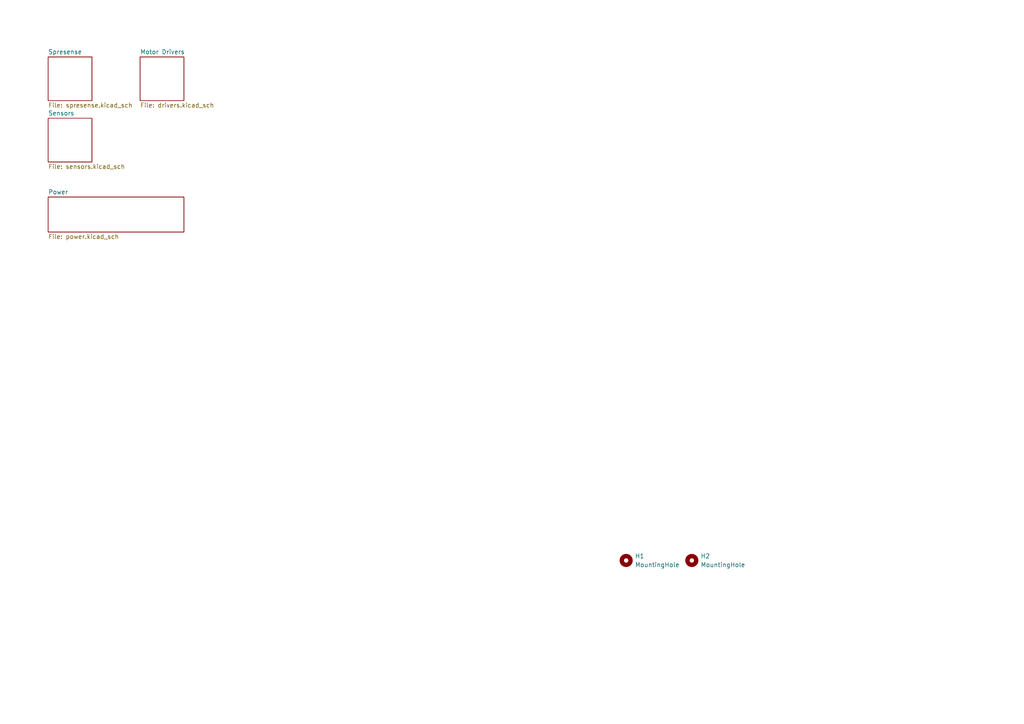
<source format=kicad_sch>
(kicad_sch (version 20250114) (generator "eeschema") (generator_version "9.0")
  (paper "A4")
  (lib_symbols
    (symbol "Mechanical:MountingHole" (pin_names (offset 1.016)) (in_bom no)
      (property "Reference" "H" (at 0 5.08 0))
      (property "Value" "MountingHole" (at 0 3.175 0))
      (symbol "MountingHole_0_1"
        (circle (center 0 0) (radius 1.27) (stroke (width 1.27)))
      )
    )
  )
  (symbol (lib_id "Mechanical:MountingHole") (at 200.66 162.56 0) (unit 1) (in_bom no)
    (property "Reference" "H2" (at 203.2 161.2899 0) (effects (justify left)))
    (property "Value" "MountingHole" (at 203.2 163.8299 0) (effects (justify left)))
    (property "Description" "Mounting Hole without connection" (effects (hide yes)))
  )
  (symbol (lib_id "Mechanical:MountingHole") (at 181.61 162.56 0) (unit 1) (in_bom no)
    (property "Reference" "H1" (at 184.15 161.2899 0) (effects (justify left)))
    (property "Value" "MountingHole" (at 184.15 163.8299 0) (effects (justify left)))
    (property "Description" "Mounting Hole without connection" (effects (hide yes)))
  )
  (sheet (at 40.64 16.51) (size 12.7 12.7) (stroke (width 0.1524))
    (property "Sheetname" "Motor Drivers" (at 40.64 15.7984 0) (effects (justify left bottom)))
    (property "Sheetfile" "drivers.kicad_sch" (at 40.64 29.7946 0) (effects (justify left top)))
  )
  (sheet (at 13.97 57.15) (size 39.37 10.16) (stroke (width 0.1524))
    (property "Sheetname" "Power" (at 13.97 56.4384 0) (effects (justify left bottom)))
    (property "Sheetfile" "power.kicad_sch" (at 13.97 67.8946 0) (effects (justify left top)))
  )
  (sheet (at 13.97 16.51) (size 12.7 12.7) (stroke (width 0.1524))
    (property "Sheetname" "Spresense" (at 13.97 15.7984 0) (effects (justify left bottom)))
    (property "Sheetfile" "spresense.kicad_sch" (at 13.97 29.7946 0) (effects (justify left top)))
  )
  (sheet (at 13.97 34.29) (size 12.7 12.7) (stroke (width 0.1524))
    (property "Sheetname" "Sensors" (at 13.97 33.5784 0) (effects (justify left bottom)))
    (property "Sheetfile" "sensors.kicad_sch" (at 13.97 47.5746 0) (effects (justify left top)))
  )
)
</source>
